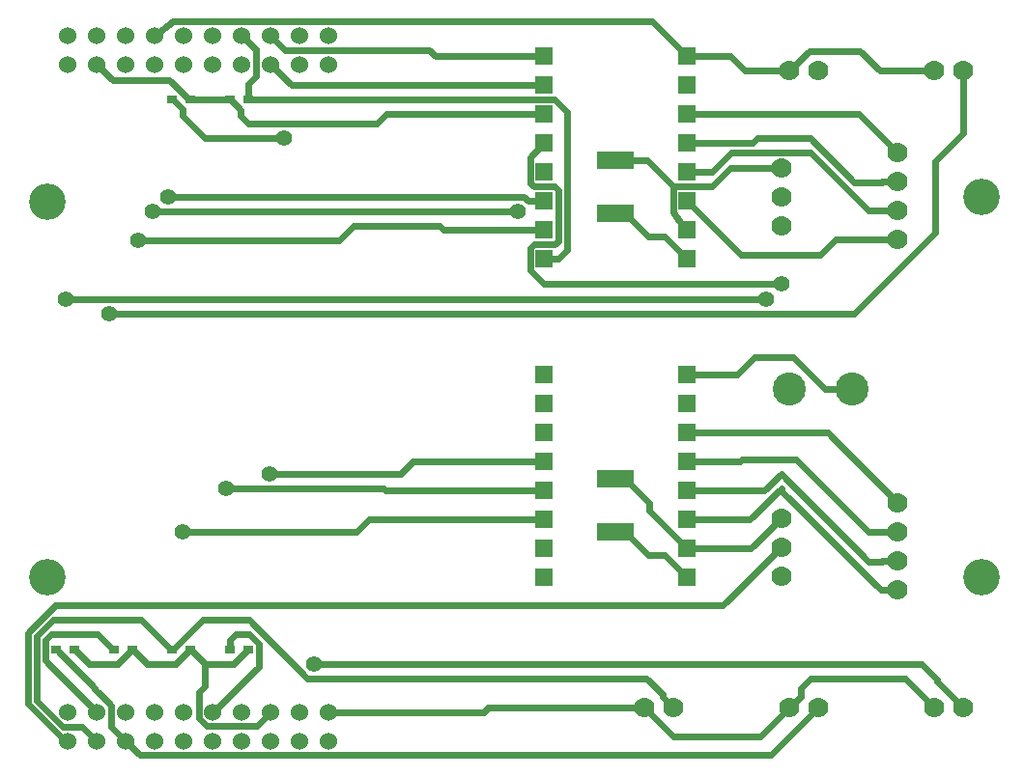
<source format=gtl>
*
*
G04 PADS 9.3.1 Build Number: 456998 generated Gerber (RS-274-X) file*
G04 PC Version=2.1*
*
%IN "ArmControl.pcb"*%
*
%MOIN*%
*
%FSLAX35Y35*%
*
*
*
*
G04 PC Standard Apertures*
*
*
G04 Thermal Relief Aperture macro.*
%AMTER*
1,1,$1,0,0*
1,0,$1-$2,0,0*
21,0,$3,$4,0,0,45*
21,0,$3,$4,0,0,135*
%
*
*
G04 Annular Aperture macro.*
%AMANN*
1,1,$1,0,0*
1,0,$2,0,0*
%
*
*
G04 Odd Aperture macro.*
%AMODD*
1,1,$1,0,0*
1,0,$1-0.005,0,0*
%
*
*
G04 PC Custom Aperture Macros*
*
*
*
*
*
*
G04 PC Aperture Table*
*
%ADD010C,0.001*%
%ADD016R,0.038X0.03*%
%ADD026C,0.06*%
%ADD027R,0.06X0.06*%
%ADD037C,0.055*%
%ADD051C,0.07*%
%ADD175C,0.11417*%
%ADD188R,0.125X0.06*%
%ADD192C,0.12598*%
%ADD193C,0.024*%
*
*
*
*
G04 PC Circuitry*
G04 Layer Name ArmControl.pcb - circuitry*
%LPD*%
*
*
G04 PC Custom Flashes*
G04 Layer Name ArmControl.pcb - flashes*
%LPD*%
*
*
G04 PC Circuitry*
G04 Layer Name ArmControl.pcb - circuitry*
%LPD*%
*
G54D10*
G54D16*
G01X56900Y40000D03*
X63100D03*
X36900D03*
X43100D03*
X16900D03*
X23100D03*
X83100Y230000D03*
X76900D03*
X56900D03*
X63100D03*
X76900Y40000D03*
X83100D03*
G54D26*
X21067Y8508D03*
Y18508D03*
X31067Y8508D03*
Y18508D03*
X41067Y8508D03*
Y18508D03*
X51067Y8508D03*
Y18508D03*
X61067Y8508D03*
Y18508D03*
X71067Y8508D03*
Y18508D03*
X81067Y8508D03*
Y18508D03*
X91067Y8508D03*
Y18508D03*
X101067Y8508D03*
Y18508D03*
X111067Y8508D03*
Y18508D03*
X21067Y242258D03*
Y252258D03*
X31067Y242258D03*
Y252258D03*
X41067Y242258D03*
Y252258D03*
X51067Y242258D03*
Y252258D03*
X61067Y242258D03*
Y252258D03*
X71067Y242258D03*
Y252258D03*
X81067Y242258D03*
Y252258D03*
X91067Y242258D03*
Y252258D03*
X101067Y242258D03*
Y252258D03*
X111067Y242258D03*
Y252258D03*
G54D27*
X234685Y175000D03*
Y185000D03*
Y195000D03*
Y205000D03*
Y215000D03*
Y225000D03*
Y235000D03*
Y245000D03*
X185315D03*
Y235000D03*
Y225000D03*
Y215000D03*
Y205000D03*
Y195000D03*
Y185000D03*
Y175000D03*
X234685Y65000D03*
Y75000D03*
Y85000D03*
Y95000D03*
Y105000D03*
Y115000D03*
Y125000D03*
Y135000D03*
X185315D03*
Y125000D03*
Y115000D03*
Y105000D03*
Y95000D03*
Y85000D03*
Y75000D03*
Y65000D03*
G54D37*
X105827Y35276D03*
X60472Y80630D03*
X75591Y95748D03*
X90709Y100787D03*
X35276Y156220D03*
X20157Y161260D03*
X262047D03*
X267087Y166299D03*
X45354Y181417D03*
X55433Y196535D03*
X50394Y191496D03*
X176378D03*
X95748Y216693D03*
G54D51*
X330000Y20000D03*
X320000D03*
X267087Y65512D03*
Y75512D03*
Y85512D03*
Y186457D03*
Y196457D03*
Y206457D03*
X220000Y20000D03*
X230000D03*
X320000Y240000D03*
X330000D03*
X270000Y20000D03*
X280000D03*
X307402Y211654D03*
Y201654D03*
Y191654D03*
Y181654D03*
Y90709D03*
Y80709D03*
Y70709D03*
Y60709D03*
X270000Y240000D03*
X280000D03*
G54D175*
X270000Y130000D03*
X291654D03*
G54D188*
X210000Y190750D03*
Y209250D03*
Y80750D03*
Y99250D03*
G54D192*
X13780Y64961D03*
Y194882D03*
X336220Y196535D03*
Y64961D03*
G54D193*
X41067Y8508D02*
X45867Y3708D01*
X263708*
X280000Y20000*
X66267Y16520D02*
X69079Y13708D01*
X86267*
X91067Y18508*
X66267Y16520D02*
Y25407D01*
X68224Y27365*
Y35276*
X71067Y18508D02*
X86800Y34241D01*
Y42246*
X111067Y18508D02*
X164537D01*
X166030Y20000*
X220000*
X229921Y10079*
X260079*
X270000Y20000*
X273818Y23818*
Y26889*
X277165Y30236*
X309764*
X320000Y20000*
X68224Y35276D02*
X78121D01*
X82846Y40000*
X83100*
X105827Y35276D02*
X315530D01*
X320891Y29914*
Y29109*
X330000Y20000*
X7200Y45922D02*
Y21344D01*
X20551Y7992*
X21067Y8508*
X7200Y45922D02*
X16712Y55433D01*
X247008*
X267087Y75512*
X13200Y43436D02*
Y36375D01*
X31067Y18508*
X13200Y43436D02*
X15118Y45354D01*
X31146*
X36500Y40000*
X36900*
X10200Y44679D02*
Y22587D01*
X19279Y13508*
X26067*
X31067Y8508*
X10200Y44679D02*
X15915Y50394D01*
X46106*
X56500Y40000*
X56900*
X16900D02*
X17154D01*
X30236Y26918*
Y26545*
X31585Y25197*
X31782*
X36067Y20912*
Y13508*
X41067Y8508*
X23100Y40000D02*
X23500D01*
X28224Y35276*
X38121*
X42846Y40000*
X43100*
X43500*
X48224Y35276*
X58121*
X62846Y40000*
X63100*
X56900D02*
X57154D01*
X67548Y50394*
X83584*
X103742Y30236*
X220724*
X226182Y24778*
Y23818*
X230000Y20000*
X63100Y40000D02*
X63500D01*
X68224Y35276*
X76900Y40000D02*
Y43300D01*
X78954Y45354*
X83691*
X86800Y42246*
X234685Y75000D02*
X256575D01*
X267087Y85512*
X60472Y80630D02*
X120584D01*
X124954Y85000*
X185315*
X210000Y80750D02*
X213250D01*
X221125Y72875*
X226810*
X234685Y65000*
Y85000D02*
X256339D01*
X267087Y95748*
X267385Y95450*
Y94828*
X301505Y60709*
X307402*
X75591Y95748D02*
X129954D01*
X130702Y95000*
X185315*
X234685D02*
X261299D01*
X267087Y100787*
X297323Y70551*
X301844*
X302002Y70709*
X307402*
X90709Y100787D02*
X135781D01*
X139993Y105000*
X185315*
X210000Y99250D02*
X213250D01*
X221732Y90768*
Y87953*
X234685Y75000*
Y105000D02*
X252872D01*
X253699Y105827*
X272126*
X297323Y80630*
X301923*
X302002Y80709*
X307402*
X234685Y115000D02*
X283110D01*
X307402Y90709*
X234685Y135000D02*
X251933D01*
X258035Y141102*
X271280*
X282382Y130000*
X291654*
X35276Y156220D02*
X292283D01*
X320336Y184273*
Y208677*
X330000Y218341*
Y240000*
X20157Y161260D02*
X262047D01*
X180515Y171099D02*
Y178746D01*
X181769Y180000*
X188861*
X190115Y181254*
X180515Y171099D02*
X185315Y166299D01*
X267087*
X185315Y175000D02*
X190115D01*
X193115Y178000*
X45354Y181417D02*
X114424D01*
X119464Y186457*
X149261*
X150718Y185000*
X185315*
X55433Y196535D02*
X178376D01*
X179912Y195000*
X185315*
X50394Y191496D02*
X176378D01*
X210000Y190750D02*
X213250D01*
X221125Y182875*
X226810*
X234685Y175000*
Y195000D02*
X253307Y176378D01*
X280665*
X285940Y181654*
X307402*
X180515Y201254D02*
Y210200D01*
X185315Y215000*
X180515Y201254D02*
X181769Y200000D01*
X188861*
X190115Y198746*
Y181254*
X229885Y200200D02*
Y191113D01*
X232885Y186800*
X234137Y185000*
X234685*
X229885Y200200D02*
X243313D01*
X249570Y206457*
X267087*
X234685Y205000D02*
X243313D01*
X250070Y211757*
X277165*
X297269Y191654*
X307402*
X210000Y209250D02*
X220835D01*
X229885Y200200*
X234685Y215000D02*
X257132D01*
X258825Y216693*
X277165*
X292283Y201575*
X301923*
X302002Y201654*
X307402*
X234685Y225000D02*
X294055D01*
X307402Y211654*
X56900Y230000D02*
X57154D01*
X60472Y226682*
Y224369*
X68148Y216693*
X95748*
X63100Y230000D02*
X76900D01*
X77154*
X80630Y226524*
Y224290*
X83188Y221732*
X127660*
X130927Y225000*
X185315*
X83100Y230000D02*
X188861D01*
X193115Y225746*
Y178000*
X83100Y230000D02*
Y235401D01*
X85867Y238168*
X31067Y242258D02*
X36474Y236850D01*
X55995*
X62846Y230000*
X63100*
X91067Y242258D02*
X98325Y235000D01*
X185315*
X234685Y245000D02*
X249593D01*
X254593Y240000*
X270000*
X276929Y246929*
X294169*
X301098Y240000*
X320000*
X51067Y252258D02*
X57365Y257058D01*
X222627*
X234685Y245000*
X81067Y252258D02*
X85867Y247458D01*
Y238168*
X91067Y252258D02*
X96067Y247258D01*
X145556*
X147814Y245000*
X185315*
X0Y0D02*
M02*

</source>
